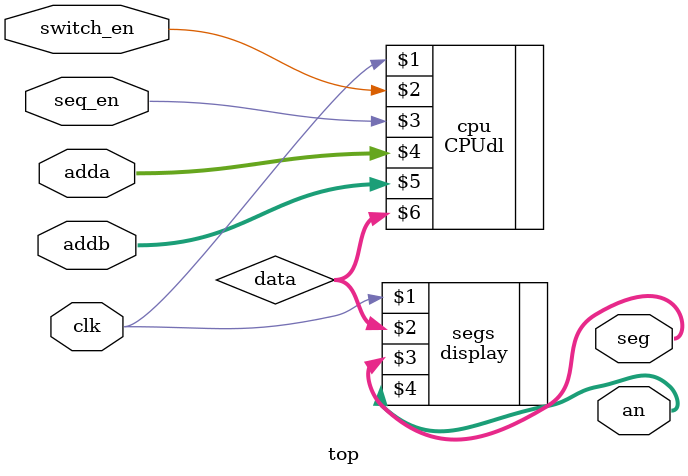
<source format=v>
`timescale 1ns / 1ps

module top(
	input clk,
	input switch_en,
	input seq_en,
	input  [7:0] adda,
	input  [7:0] addb,
	output [3:0] an,
	output [7:0] seg
	);

	wire [31:0]data;

	CPUdl   cpu  (clk,switch_en,seq_en,adda,addb,data);
    display segs (clk,data,seg,an);
endmodule

</source>
